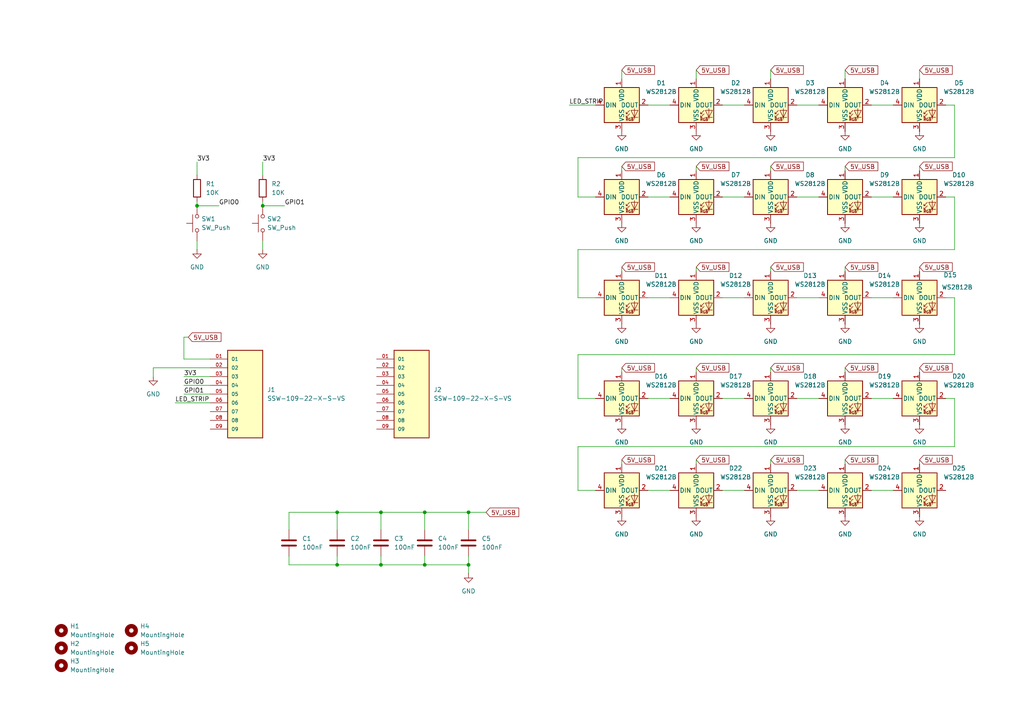
<source format=kicad_sch>
(kicad_sch (version 20250114) (generator "eeschema") (generator_version "9.0")
  (paper "A4")
  (lib_symbols
    (symbol "Device:C" (pin_numbers (hide yes)) (pin_names (offset 0.254))
      (property "Reference" "C" (at 0.635 2.54 0))
      (property "Value" "C" (at 0.635 -2.54 0))
      (symbol "C_0_1"
        (polyline (pts (xy -2.032 0.762) (xy 2.032 0.762)) (stroke (width 0.508)))
        (polyline (pts (xy -2.032 -0.762) (xy 2.032 -0.762)) (stroke (width 0.508)))
      )
      (symbol "C_1_1"
        (pin passive line (at 0 3.81 270) (length 2.794) (name "~") (number "1"))
        (pin passive line (at 0 -3.81 90) (length 2.794) (name "~") (number "2"))
      )
    )
    (symbol "Device:R" (pin_numbers (hide yes)) (pin_names (offset 0))
      (property "Reference" "R" (at 2.032 0 90))
      (property "Value" "R" (at 0 0 90))
      (symbol "R_0_1"
        (rectangle (start -1.016 -2.54) (end 1.016 2.54) (stroke (width 0.254)))
      )
      (symbol "R_1_1"
        (pin passive line (at 0 3.81 270) (length 1.27) (name "~") (number "1"))
        (pin passive line (at 0 -3.81 90) (length 1.27) (name "~") (number "2"))
      )
    )
    (symbol "LED:WS2812B" (pin_names (offset 0.254))
      (property "Reference" "D" (at 5.08 5.715 0))
      (property "Value" "WS2812B" (at 1.27 -5.715 0))
      (symbol "WS2812B_0_0"
        (text "RGB" (at 2.286 -4.191 0) (effects (font (size 0.762 0.762))))
      )
      (symbol "WS2812B_0_1"
        (polyline (pts (xy 1.27 -2.54) (xy 1.778 -2.54)))
        (polyline (pts (xy 1.27 -3.556) (xy 1.778 -3.556)))
        (polyline (pts (xy 2.286 -1.524) (xy 1.27 -2.54) (xy 1.27 -2.032)))
        (polyline (pts (xy 2.286 -2.54) (xy 1.27 -3.556) (xy 1.27 -3.048)))
        (polyline (pts (xy 3.683 -1.016) (xy 3.683 -3.556) (xy 3.683 -4.064)))
        (polyline (pts (xy 4.699 -1.524) (xy 2.667 -1.524) (xy 3.683 -3.556) (xy 4.699 -1.524)))
        (polyline (pts (xy 4.699 -3.556) (xy 2.667 -3.556)))
        (rectangle (start 5.08 5.08) (end -5.08 -5.08) (stroke (width 0.254)) (fill (type background)))
      )
      (symbol "WS2812B_1_1"
        (pin input line (at -7.62 0 0) (length 2.54) (name "DIN") (number "4"))
        (pin power_in line (at 0 7.62 270) (length 2.54) (name "VDD") (number "1"))
        (pin power_in line (at 0 -7.62 90) (length 2.54) (name "VSS") (number "3"))
        (pin output line (at 7.62 0 180) (length 2.54) (name "DOUT") (number "2"))
      )
    )
    (symbol "Mechanical:MountingHole" (pin_names (offset 1.016)) (in_bom no)
      (property "Reference" "H" (at 0 5.08 0))
      (property "Value" "MountingHole" (at 0 3.175 0))
      (symbol "MountingHole_0_1"
        (circle (center 0 0) (radius 1.27) (stroke (width 1.27)))
      )
    )
    (symbol "SSW-109-22-F-S-VS:SSW-109-22-X-S-VS" (pin_names (offset 1.016))
      (property "Reference" "J" (at -5.08 13.462 0))
      (property "Value" "SSW-109-22-X-S-VS" (at -5.08 -13.462 0))
      (symbol "SSW-109-22-X-S-VS_0_0"
        (rectangle (start -5.08 -12.7) (end 5.08 12.7) (stroke (width 0.254)) (fill (type background)))
        (pin passive line (at -10.16 10.16 0) (length 5.08) (name "01") (number "01"))
        (pin passive line (at -10.16 7.62 0) (length 5.08) (name "02") (number "02"))
        (pin passive line (at -10.16 5.08 0) (length 5.08) (name "03") (number "03"))
        (pin passive line (at -10.16 2.54 0) (length 5.08) (name "04") (number "04"))
        (pin passive line (at -10.16 0 0) (length 5.08) (name "05") (number "05"))
        (pin passive line (at -10.16 -2.54 0) (length 5.08) (name "06") (number "06"))
        (pin passive line (at -10.16 -5.08 0) (length 5.08) (name "07") (number "07"))
        (pin passive line (at -10.16 -7.62 0) (length 5.08) (name "08") (number "08"))
        (pin passive line (at -10.16 -10.16 0) (length 5.08) (name "09") (number "09"))
      )
    )
    (symbol "Switch:SW_Push" (pin_numbers (hide yes)) (pin_names (offset 1.016) (hide yes))
      (property "Reference" "SW" (at 1.27 2.54 0))
      (property "Value" "SW_Push" (at 0 -1.524 0))
      (symbol "SW_Push_0_1"
        (circle (center -2.032 0) (radius 0.508))
        (polyline (pts (xy 0 1.27) (xy 0 3.048)))
        (circle (center 2.032 0) (radius 0.508))
        (polyline (pts (xy 2.54 1.27) (xy -2.54 1.27)))
        (pin passive line (at -5.08 0 0) (length 2.54) (name "1") (number "1"))
        (pin passive line (at 5.08 0 180) (length 2.54) (name "2") (number "2"))
      )
    )
    (symbol "power:GND" (power) (pin_numbers (hide yes)) (pin_names (offset 0) (hide yes))
      (property "Value" "GND" (at 0 -3.81 0))
      (symbol "GND_0_1"
        (polyline (pts (xy 0 0) (xy 0 -1.27) (xy 1.27 -1.27) (xy 0 -2.54) (xy -1.27 -1.27) (xy 0 -1.27)))
      )
      (symbol "GND_1_1"
        (pin power_in line (at 0 0 270) (length 0) (name "~") (number "1"))
      )
    )
  )
  (junction (at 110.49 148.59))
  (junction (at 110.49 163.83))
  (junction (at 97.79 163.83))
  (junction (at 57.15 59.69))
  (junction (at 123.19 148.59))
  (junction (at 135.89 163.83))
  (junction (at 76.2 59.69))
  (junction (at 135.89 148.59))
  (junction (at 123.19 163.83))
  (junction (at 97.79 148.59))
  (wire (pts (xy 276.86 129.54) (xy 167.64 129.54)))
  (wire (pts (xy 223.52 106.68) (xy 223.52 107.95)))
  (wire (pts (xy 97.79 148.59) (xy 110.49 148.59)))
  (wire (pts (xy 274.32 57.15) (xy 276.86 57.15)))
  (wire (pts (xy 97.79 148.59) (xy 97.79 153.67)))
  (wire (pts (xy 266.7 106.68) (xy 266.7 107.95)))
  (wire (pts (xy 135.89 148.59) (xy 135.89 153.67)))
  (wire (pts (xy 135.89 148.59) (xy 140.97 148.59)))
  (wire (pts (xy 266.7 20.32) (xy 266.7 22.86)))
  (wire (pts (xy 187.96 30.48) (xy 194.31 30.48)))
  (wire (pts (xy 276.86 102.87) (xy 167.64 102.87)))
  (wire (pts (xy 245.11 20.32) (xy 245.11 22.86)))
  (wire (pts (xy 53.34 111.76) (xy 60.96 111.76)))
  (wire (pts (xy 276.86 72.39) (xy 167.64 72.39)))
  (wire (pts (xy 180.34 48.26) (xy 180.34 49.53)))
  (wire (pts (xy 180.34 20.32) (xy 180.34 22.86)))
  (wire (pts (xy 165.1 30.48) (xy 172.72 30.48)))
  (wire (pts (xy 180.34 77.47) (xy 180.34 78.74)))
  (wire (pts (xy 76.2 46.99) (xy 76.2 50.8)))
  (wire (pts (xy 76.2 72.39) (xy 76.2 69.85)))
  (wire (pts (xy 252.73 57.15) (xy 259.08 57.15)))
  (wire (pts (xy 252.73 142.24) (xy 259.08 142.24)))
  (wire (pts (xy 60.96 104.14) (xy 53.34 104.14)))
  (wire (pts (xy 223.52 77.47) (xy 223.52 78.74)))
  (wire (pts (xy 53.34 104.14) (xy 53.34 97.79)))
  (wire (pts (xy 201.93 77.47) (xy 201.93 78.74)))
  (wire (pts (xy 252.73 30.48) (xy 259.08 30.48)))
  (wire (pts (xy 167.64 45.72) (xy 167.64 57.15)))
  (wire (pts (xy 167.64 115.57) (xy 172.72 115.57)))
  (wire (pts (xy 245.11 106.68) (xy 245.11 107.95)))
  (wire (pts (xy 123.19 148.59) (xy 135.89 148.59)))
  (wire (pts (xy 167.64 129.54) (xy 167.64 142.24)))
  (wire (pts (xy 60.96 106.68) (xy 44.45 106.68)))
  (wire (pts (xy 245.11 48.26) (xy 245.11 49.53)))
  (wire (pts (xy 167.64 102.87) (xy 167.64 115.57)))
  (wire (pts (xy 201.93 106.68) (xy 201.93 107.95)))
  (wire (pts (xy 252.73 86.36) (xy 259.08 86.36)))
  (wire (pts (xy 209.55 86.36) (xy 215.9 86.36)))
  (wire (pts (xy 209.55 142.24) (xy 215.9 142.24)))
  (wire (pts (xy 97.79 163.83) (xy 97.79 161.29)))
  (wire (pts (xy 76.2 59.69) (xy 82.55 59.69)))
  (wire (pts (xy 245.11 133.35) (xy 245.11 134.62)))
  (wire (pts (xy 97.79 163.83) (xy 110.49 163.83)))
  (wire (pts (xy 83.82 163.83) (xy 97.79 163.83)))
  (wire (pts (xy 83.82 148.59) (xy 97.79 148.59)))
  (wire (pts (xy 123.19 163.83) (xy 123.19 161.29)))
  (wire (pts (xy 180.34 106.68) (xy 180.34 107.95)))
  (wire (pts (xy 110.49 148.59) (xy 123.19 148.59)))
  (wire (pts (xy 266.7 77.47) (xy 266.7 78.74)))
  (wire (pts (xy 245.11 77.47) (xy 245.11 78.74)))
  (wire (pts (xy 50.8 116.84) (xy 60.96 116.84)))
  (wire (pts (xy 209.55 30.48) (xy 215.9 30.48)))
  (wire (pts (xy 167.64 57.15) (xy 172.72 57.15)))
  (wire (pts (xy 201.93 133.35) (xy 201.93 134.62)))
  (wire (pts (xy 276.86 45.72) (xy 167.64 45.72)))
  (wire (pts (xy 123.19 163.83) (xy 135.89 163.83)))
  (wire (pts (xy 209.55 57.15) (xy 215.9 57.15)))
  (wire (pts (xy 57.15 59.69) (xy 57.15 58.42)))
  (wire (pts (xy 276.86 115.57) (xy 276.86 129.54)))
  (wire (pts (xy 44.45 106.68) (xy 44.45 109.22)))
  (wire (pts (xy 53.34 97.79) (xy 54.61 97.79)))
  (wire (pts (xy 110.49 163.83) (xy 123.19 163.83)))
  (wire (pts (xy 231.14 115.57) (xy 237.49 115.57)))
  (wire (pts (xy 76.2 59.69) (xy 76.2 58.42)))
  (wire (pts (xy 187.96 57.15) (xy 194.31 57.15)))
  (wire (pts (xy 53.34 114.3) (xy 60.96 114.3)))
  (wire (pts (xy 276.86 86.36) (xy 276.86 102.87)))
  (wire (pts (xy 252.73 115.57) (xy 259.08 115.57)))
  (wire (pts (xy 223.52 20.32) (xy 223.52 22.86)))
  (wire (pts (xy 167.64 142.24) (xy 172.72 142.24)))
  (wire (pts (xy 187.96 86.36) (xy 194.31 86.36)))
  (wire (pts (xy 110.49 163.83) (xy 110.49 161.29)))
  (wire (pts (xy 266.7 133.35) (xy 266.7 134.62)))
  (wire (pts (xy 135.89 163.83) (xy 135.89 161.29)))
  (wire (pts (xy 110.49 148.59) (xy 110.49 153.67)))
  (wire (pts (xy 223.52 48.26) (xy 223.52 49.53)))
  (wire (pts (xy 209.55 115.57) (xy 215.9 115.57)))
  (wire (pts (xy 276.86 57.15) (xy 276.86 72.39)))
  (wire (pts (xy 266.7 48.26) (xy 266.7 49.53)))
  (wire (pts (xy 135.89 166.37) (xy 135.89 163.83)))
  (wire (pts (xy 167.64 72.39) (xy 167.64 86.36)))
  (wire (pts (xy 57.15 59.69) (xy 63.5 59.69)))
  (wire (pts (xy 231.14 57.15) (xy 237.49 57.15)))
  (wire (pts (xy 274.32 86.36) (xy 276.86 86.36)))
  (wire (pts (xy 83.82 153.67) (xy 83.82 148.59)))
  (wire (pts (xy 187.96 115.57) (xy 194.31 115.57)))
  (wire (pts (xy 201.93 48.26) (xy 201.93 49.53)))
  (wire (pts (xy 231.14 142.24) (xy 237.49 142.24)))
  (wire (pts (xy 53.34 109.22) (xy 60.96 109.22)))
  (wire (pts (xy 274.32 115.57) (xy 276.86 115.57)))
  (wire (pts (xy 201.93 20.32) (xy 201.93 22.86)))
  (wire (pts (xy 274.32 30.48) (xy 276.86 30.48)))
  (wire (pts (xy 231.14 86.36) (xy 237.49 86.36)))
  (wire (pts (xy 167.64 86.36) (xy 172.72 86.36)))
  (wire (pts (xy 180.34 133.35) (xy 180.34 134.62)))
  (wire (pts (xy 187.96 142.24) (xy 194.31 142.24)))
  (wire (pts (xy 83.82 163.83) (xy 83.82 161.29)))
  (wire (pts (xy 223.52 133.35) (xy 223.52 134.62)))
  (wire (pts (xy 57.15 72.39) (xy 57.15 69.85)))
  (wire (pts (xy 231.14 30.48) (xy 237.49 30.48)))
  (wire (pts (xy 57.15 46.99) (xy 57.15 50.8)))
  (wire (pts (xy 276.86 30.48) (xy 276.86 45.72)))
  (wire (pts (xy 123.19 148.59) (xy 123.19 153.67)))
  (label "3V3" (at 57.15 46.99 0))
  (label "GPIO1" (at 82.55 59.69 0))
  (label "GPIO0" (at 63.5 59.69 0))
  (label "GPIO1" (at 53.34 114.3 0))
  (label "LED_STRIP" (at 50.8 116.84 0))
  (label "LED_STRIP" (at 165.1 30.48 0))
  (label "3V3" (at 76.2 46.99 0))
  (label "3V3" (at 53.34 109.22 0))
  (label "GPIO0" (at 53.34 111.76 0))
  (global_label "5V_USB" (shape input) (at 180.34 77.47 0) (property "Intersheetrefs" "${INTERSHEET_REFS}" (effects (hide yes))))
  (global_label "5V_USB" (shape input) (at 201.93 106.68 0) (property "Intersheetrefs" "${INTERSHEET_REFS}" (effects (hide yes))))
  (global_label "5V_USB" (shape input) (at 180.34 133.35 0) (property "Intersheetrefs" "${INTERSHEET_REFS}" (effects (hide yes))))
  (global_label "5V_USB" (shape input) (at 245.11 77.47 0) (property "Intersheetrefs" "${INTERSHEET_REFS}" (effects (hide yes))))
  (global_label "5V_USB" (shape input) (at 180.34 20.32 0) (property "Intersheetrefs" "${INTERSHEET_REFS}" (effects (hide yes))))
  (global_label "5V_USB" (shape input) (at 266.7 20.32 0) (property "Intersheetrefs" "${INTERSHEET_REFS}" (effects (hide yes))))
  (global_label "5V_USB" (shape input) (at 245.11 133.35 0) (property "Intersheetrefs" "${INTERSHEET_REFS}" (effects (hide yes))))
  (global_label "5V_USB" (shape input) (at 140.97 148.59 0) (property "Intersheetrefs" "${INTERSHEET_REFS}" (effects (hide yes))))
  (global_label "5V_USB" (shape input) (at 54.61 97.79 0) (property "Intersheetrefs" "${INTERSHEET_REFS}" (effects (hide yes))))
  (global_label "5V_USB" (shape input) (at 223.52 133.35 0) (property "Intersheetrefs" "${INTERSHEET_REFS}" (effects (hide yes))))
  (global_label "5V_USB" (shape input) (at 245.11 20.32 0) (property "Intersheetrefs" "${INTERSHEET_REFS}" (effects (hide yes))))
  (global_label "5V_USB" (shape input) (at 266.7 48.26 0) (property "Intersheetrefs" "${INTERSHEET_REFS}" (effects (hide yes))))
  (global_label "5V_USB" (shape input) (at 266.7 77.47 0) (property "Intersheetrefs" "${INTERSHEET_REFS}" (effects (hide yes))))
  (global_label "5V_USB" (shape input) (at 245.11 106.68 0) (property "Intersheetrefs" "${INTERSHEET_REFS}" (effects (hide yes))))
  (global_label "5V_USB" (shape input) (at 223.52 106.68 0) (property "Intersheetrefs" "${INTERSHEET_REFS}" (effects (hide yes))))
  (global_label "5V_USB" (shape input) (at 223.52 77.47 0) (property "Intersheetrefs" "${INTERSHEET_REFS}" (effects (hide yes))))
  (global_label "5V_USB" (shape input) (at 223.52 48.26 0) (property "Intersheetrefs" "${INTERSHEET_REFS}" (effects (hide yes))))
  (global_label "5V_USB" (shape input) (at 266.7 106.68 0) (property "Intersheetrefs" "${INTERSHEET_REFS}" (effects (hide yes))))
  (global_label "5V_USB" (shape input) (at 180.34 106.68 0) (property "Intersheetrefs" "${INTERSHEET_REFS}" (effects (hide yes))))
  (global_label "5V_USB" (shape input) (at 201.93 48.26 0) (property "Intersheetrefs" "${INTERSHEET_REFS}" (effects (hide yes))))
  (global_label "5V_USB" (shape input) (at 245.11 48.26 0) (property "Intersheetrefs" "${INTERSHEET_REFS}" (effects (hide yes))))
  (global_label "5V_USB" (shape input) (at 201.93 133.35 0) (property "Intersheetrefs" "${INTERSHEET_REFS}" (effects (hide yes))))
  (global_label "5V_USB" (shape input) (at 266.7 133.35 0) (property "Intersheetrefs" "${INTERSHEET_REFS}" (effects (hide yes))))
  (global_label "5V_USB" (shape input) (at 223.52 20.32 0) (property "Intersheetrefs" "${INTERSHEET_REFS}" (effects (hide yes))))
  (global_label "5V_USB" (shape input) (at 201.93 20.32 0) (property "Intersheetrefs" "${INTERSHEET_REFS}" (effects (hide yes))))
  (global_label "5V_USB" (shape input) (at 201.93 77.47 0) (property "Intersheetrefs" "${INTERSHEET_REFS}" (effects (hide yes))))
  (global_label "5V_USB" (shape input) (at 180.34 48.26 0) (property "Intersheetrefs" "${INTERSHEET_REFS}" (effects (hide yes))))
  (symbol (lib_id "LED:WS2812B") (at 180.34 30.48 0) (unit 1)
    (property "Reference" "D1" (at 191.77 24.0598 0))
    (property "Value" "WS2812B" (at 191.77 26.5998 0))
    (property "Footprint" "LED_SMD:LED_WS2812B_PLCC4_5.0x5.0mm_P3.2mm" (effects (hide yes)))
    (property "Datasheet" "https://cdn-shop.adafruit.com/datasheets/WS2812B.pdf" (effects (hide yes)))
    (property "Description" "RGB LED with integrated controller" (effects (hide yes)))
  )
  (symbol (lib_id "Device:C") (at 110.49 157.48 0) (unit 1)
    (property "Reference" "C3" (at 114.3 156.2099 0) (effects (justify left)))
    (property "Value" "100nF" (at 114.3 158.7499 0) (effects (justify left)))
    (property "Footprint" "Capacitor_SMD:C_0805_2012Metric_Pad1.18x1.45mm_HandSolder" (effects (hide yes)))
    (property "Description" "Unpolarized capacitor" (effects (hide yes)))
  )
  (symbol (lib_id "power:GND") (at 245.11 123.19 0) (unit 1)
    (property "Reference" "#PWR02" (effects (hide yes)))
    (property "Value" "GND" (at 245.11 128.27 0))
    (property "Description" "Power symbol creates a global label with name \"GND\" , ground" (effects (hide yes)))
  )
  (symbol (lib_id "power:GND") (at 135.89 166.37 0) (unit 1)
    (property "Reference" "#PWR027" (effects (hide yes)))
    (property "Value" "GND" (at 135.89 171.45 0))
    (property "Description" "Power symbol creates a global label with name \"GND\" , ground" (effects (hide yes)))
  )
  (symbol (lib_id "power:GND") (at 266.7 38.1 0) (unit 1)
    (property "Reference" "#PWR020" (effects (hide yes)))
    (property "Value" "GND" (at 266.7 43.18 0))
    (property "Description" "Power symbol creates a global label with name \"GND\" , ground" (effects (hide yes)))
  )
  (symbol (lib_id "Switch:SW_Push") (at 76.2 64.77 90) (unit 1)
    (property "Reference" "SW2" (at 77.47 63.4999 90) (effects (justify right)))
    (property "Value" "SW_Push" (at 77.47 66.0399 90) (effects (justify right)))
    (property "Footprint" "Button_Switch_SMD:SW_SPST_FSMSM" (effects (hide yes)))
    (property "Description" "Push button switch, generic, two pins" (effects (hide yes)))
  )
  (symbol (lib_id "power:GND") (at 266.7 149.86 0) (unit 1)
    (property "Reference" "#PWR052" (effects (hide yes)))
    (property "Value" "GND" (at 266.7 154.94 0))
    (property "Description" "Power symbol creates a global label with name \"GND\" , ground" (effects (hide yes)))
  )
  (symbol (lib_id "power:GND") (at 180.34 123.19 0) (unit 1)
    (property "Reference" "#PWR05" (effects (hide yes)))
    (property "Value" "GND" (at 180.34 128.27 0))
    (property "Description" "Power symbol creates a global label with name \"GND\" , ground" (effects (hide yes)))
  )
  (symbol (lib_id "power:GND") (at 266.7 123.19 0) (unit 1)
    (property "Reference" "#PWR01" (effects (hide yes)))
    (property "Value" "GND" (at 266.7 128.27 0))
    (property "Description" "Power symbol creates a global label with name \"GND\" , ground" (effects (hide yes)))
  )
  (symbol (lib_id "power:GND") (at 180.34 93.98 0) (unit 1)
    (property "Reference" "#PWR06" (effects (hide yes)))
    (property "Value" "GND" (at 180.34 99.06 0))
    (property "Description" "Power symbol creates a global label with name \"GND\" , ground" (effects (hide yes)))
  )
  (symbol (lib_id "LED:WS2812B") (at 223.52 115.57 0) (unit 1)
    (property "Reference" "D18" (at 234.95 109.1498 0))
    (property "Value" "WS2812B" (at 234.95 111.6898 0))
    (property "Footprint" "LED_SMD:LED_WS2812B_PLCC4_5.0x5.0mm_P3.2mm" (effects (hide yes)))
    (property "Datasheet" "https://cdn-shop.adafruit.com/datasheets/WS2812B.pdf" (effects (hide yes)))
    (property "Description" "RGB LED with integrated controller" (effects (hide yes)))
  )
  (symbol (lib_id "power:GND") (at 180.34 149.86 0) (unit 1)
    (property "Reference" "#PWR021" (effects (hide yes)))
    (property "Value" "GND" (at 180.34 154.94 0))
    (property "Description" "Power symbol creates a global label with name \"GND\" , ground" (effects (hide yes)))
  )
  (symbol (lib_id "SSW-109-22-F-S-VS:SSW-109-22-X-S-VS") (at 71.12 114.3 0) (unit 1)
    (property "Reference" "J1" (at 77.47 113.0299 0) (effects (justify left)))
    (property "Value" "SSW-109-22-X-S-VS" (at 77.47 115.5699 0) (effects (justify left)))
    (property "Footprint" "SSW-109-22-F-S-VS:SAMTEC_SSW-109-22-X-S-VS" (effects (hide yes)))
    (property "PARTREV" "B" (effects (hide yes)))
    (property "STANDARD" "Manufacturer Recommendations" (effects (hide yes)))
    (property "MAXIMUM_PACKAGE_HEIGHT" "9.78 mm" (effects (hide yes)))
    (property "MANUFACTURER" "Samtec" (effects (hide yes)))
  )
  (symbol (lib_id "LED:WS2812B") (at 266.7 30.48 0) (unit 1)
    (property "Reference" "D5" (at 278.13 24.0598 0))
    (property "Value" "WS2812B" (at 278.13 26.5998 0))
    (property "Footprint" "LED_SMD:LED_WS2812B_PLCC4_5.0x5.0mm_P3.2mm" (effects (hide yes)))
    (property "Datasheet" "https://cdn-shop.adafruit.com/datasheets/WS2812B.pdf" (effects (hide yes)))
    (property "Description" "RGB LED with integrated controller" (effects (hide yes)))
  )
  (symbol (lib_id "LED:WS2812B") (at 245.11 86.36 0) (unit 1)
    (property "Reference" "D14" (at 256.54 79.9398 0))
    (property "Value" "WS2812B" (at 256.54 82.4798 0))
    (property "Footprint" "LED_SMD:LED_WS2812B_PLCC4_5.0x5.0mm_P3.2mm" (effects (hide yes)))
    (property "Datasheet" "https://cdn-shop.adafruit.com/datasheets/WS2812B.pdf" (effects (hide yes)))
    (property "Description" "RGB LED with integrated controller" (effects (hide yes)))
  )
  (symbol (lib_id "LED:WS2812B") (at 180.34 57.15 0) (unit 1)
    (property "Reference" "D6" (at 191.77 50.7298 0))
    (property "Value" "WS2812B" (at 191.77 53.2698 0))
    (property "Footprint" "LED_SMD:LED_WS2812B_PLCC4_5.0x5.0mm_P3.2mm" (effects (hide yes)))
    (property "Datasheet" "https://cdn-shop.adafruit.com/datasheets/WS2812B.pdf" (effects (hide yes)))
    (property "Description" "RGB LED with integrated controller" (effects (hide yes)))
  )
  (symbol (lib_id "Device:R") (at 76.2 54.61 0) (unit 1)
    (property "Reference" "R2" (at 78.74 53.3399 0) (effects (justify left)))
    (property "Value" "10K" (at 78.74 55.8799 0) (effects (justify left)))
    (property "Footprint" "Resistor_SMD:R_0805_2012Metric_Pad1.20x1.40mm_HandSolder" (effects (hide yes)))
    (property "Description" "Resistor" (effects (hide yes)))
  )
  (symbol (lib_id "power:GND") (at 201.93 149.86 0) (unit 1)
    (property "Reference" "#PWR046" (effects (hide yes)))
    (property "Value" "GND" (at 201.93 154.94 0))
    (property "Description" "Power symbol creates a global label with name \"GND\" , ground" (effects (hide yes)))
  )
  (symbol (lib_id "power:GND") (at 201.93 123.19 0) (unit 1)
    (property "Reference" "#PWR04" (effects (hide yes)))
    (property "Value" "GND" (at 201.93 128.27 0))
    (property "Description" "Power symbol creates a global label with name \"GND\" , ground" (effects (hide yes)))
  )
  (symbol (lib_id "power:GND") (at 223.52 64.77 0) (unit 1)
    (property "Reference" "#PWR013" (effects (hide yes)))
    (property "Value" "GND" (at 223.52 69.85 0))
    (property "Description" "Power symbol creates a global label with name \"GND\" , ground" (effects (hide yes)))
  )
  (symbol (lib_id "SSW-109-22-F-S-VS:SSW-109-22-X-S-VS") (at 119.38 114.3 0) (unit 1)
    (property "Reference" "J2" (at 125.73 113.0299 0) (effects (justify left)))
    (property "Value" "SSW-109-22-X-S-VS" (at 125.73 115.5699 0) (effects (justify left)))
    (property "Footprint" "SSW-109-22-F-S-VS:SAMTEC_SSW-109-22-X-S-VS" (effects (hide yes)))
    (property "PARTREV" "B" (effects (hide yes)))
    (property "STANDARD" "Manufacturer Recommendations" (effects (hide yes)))
    (property "MAXIMUM_PACKAGE_HEIGHT" "9.78 mm" (effects (hide yes)))
    (property "MANUFACTURER" "Samtec" (effects (hide yes)))
  )
  (symbol (lib_id "LED:WS2812B") (at 266.7 115.57 0) (unit 1)
    (property "Reference" "D20" (at 278.13 109.1498 0))
    (property "Value" "WS2812B" (at 278.13 111.6898 0))
    (property "Footprint" "LED_SMD:LED_WS2812B_PLCC4_5.0x5.0mm_P3.2mm" (effects (hide yes)))
    (property "Datasheet" "https://cdn-shop.adafruit.com/datasheets/WS2812B.pdf" (effects (hide yes)))
    (property "Description" "RGB LED with integrated controller" (effects (hide yes)))
  )
  (symbol (lib_id "Switch:SW_Push") (at 57.15 64.77 90) (unit 1)
    (property "Reference" "SW1" (at 58.42 63.4999 90) (effects (justify right)))
    (property "Value" "SW_Push" (at 58.42 66.0399 90) (effects (justify right)))
    (property "Footprint" "Button_Switch_SMD:SW_SPST_FSMSM" (effects (hide yes)))
    (property "Description" "Push button switch, generic, two pins" (effects (hide yes)))
  )
  (symbol (lib_id "LED:WS2812B") (at 223.52 57.15 0) (unit 1)
    (property "Reference" "D8" (at 234.95 50.7298 0))
    (property "Value" "WS2812B" (at 234.95 53.2698 0))
    (property "Footprint" "LED_SMD:LED_WS2812B_PLCC4_5.0x5.0mm_P3.2mm" (effects (hide yes)))
    (property "Datasheet" "https://cdn-shop.adafruit.com/datasheets/WS2812B.pdf" (effects (hide yes)))
    (property "Description" "RGB LED with integrated controller" (effects (hide yes)))
  )
  (symbol (lib_id "power:GND") (at 266.7 93.98 0) (unit 1)
    (property "Reference" "#PWR010" (effects (hide yes)))
    (property "Value" "GND" (at 266.7 99.06 0))
    (property "Description" "Power symbol creates a global label with name \"GND\" , ground" (effects (hide yes)))
  )
  (symbol (lib_id "power:GND") (at 223.52 38.1 0) (unit 1)
    (property "Reference" "#PWR018" (effects (hide yes)))
    (property "Value" "GND" (at 223.52 43.18 0))
    (property "Description" "Power symbol creates a global label with name \"GND\" , ground" (effects (hide yes)))
  )
  (symbol (lib_id "Device:C") (at 97.79 157.48 0) (unit 1)
    (property "Reference" "C2" (at 101.6 156.2099 0) (effects (justify left)))
    (property "Value" "100nF" (at 101.6 158.7499 0) (effects (justify left)))
    (property "Footprint" "Capacitor_SMD:C_0805_2012Metric_Pad1.18x1.45mm_HandSolder" (effects (hide yes)))
    (property "Description" "Unpolarized capacitor" (effects (hide yes)))
  )
  (symbol (lib_id "LED:WS2812B") (at 201.93 115.57 0) (unit 1)
    (property "Reference" "D17" (at 213.36 109.1498 0))
    (property "Value" "WS2812B" (at 213.36 111.6898 0))
    (property "Footprint" "LED_SMD:LED_WS2812B_PLCC4_5.0x5.0mm_P3.2mm" (effects (hide yes)))
    (property "Datasheet" "https://cdn-shop.adafruit.com/datasheets/WS2812B.pdf" (effects (hide yes)))
    (property "Description" "RGB LED with integrated controller" (effects (hide yes)))
  )
  (symbol (lib_id "LED:WS2812B") (at 223.52 30.48 0) (unit 1)
    (property "Reference" "D3" (at 234.95 24.0598 0))
    (property "Value" "WS2812B" (at 234.95 26.5998 0))
    (property "Footprint" "LED_SMD:LED_WS2812B_PLCC4_5.0x5.0mm_P3.2mm" (effects (hide yes)))
    (property "Datasheet" "https://cdn-shop.adafruit.com/datasheets/WS2812B.pdf" (effects (hide yes)))
    (property "Description" "RGB LED with integrated controller" (effects (hide yes)))
  )
  (symbol (lib_id "Device:R") (at 57.15 54.61 0) (unit 1)
    (property "Reference" "R1" (at 59.69 53.3399 0) (effects (justify left)))
    (property "Value" "10K" (at 59.69 55.8799 0) (effects (justify left)))
    (property "Footprint" "Resistor_SMD:R_0805_2012Metric_Pad1.20x1.40mm_HandSolder" (effects (hide yes)))
    (property "Description" "Resistor" (effects (hide yes)))
  )
  (symbol (lib_id "power:GND") (at 245.11 64.77 0) (unit 1)
    (property "Reference" "#PWR012" (effects (hide yes)))
    (property "Value" "GND" (at 245.11 69.85 0))
    (property "Description" "Power symbol creates a global label with name \"GND\" , ground" (effects (hide yes)))
  )
  (symbol (lib_id "LED:WS2812B") (at 266.7 86.36 0) (unit 1)
    (property "Reference" "D15" (at 275.59 79.756 0))
    (property "Value" "WS2812B" (at 277.622 83.312 0))
    (property "Footprint" "LED_SMD:LED_WS2812B_PLCC4_5.0x5.0mm_P3.2mm" (effects (hide yes)))
    (property "Datasheet" "https://cdn-shop.adafruit.com/datasheets/WS2812B.pdf" (effects (hide yes)))
    (property "Description" "RGB LED with integrated controller" (effects (hide yes)))
  )
  (symbol (lib_id "LED:WS2812B") (at 201.93 30.48 0) (unit 1)
    (property "Reference" "D2" (at 213.36 24.0598 0))
    (property "Value" "WS2812B" (at 213.36 26.5998 0))
    (property "Footprint" "LED_SMD:LED_WS2812B_PLCC4_5.0x5.0mm_P3.2mm" (effects (hide yes)))
    (property "Datasheet" "https://cdn-shop.adafruit.com/datasheets/WS2812B.pdf" (effects (hide yes)))
    (property "Description" "RGB LED with integrated controller" (effects (hide yes)))
  )
  (symbol (lib_id "LED:WS2812B") (at 245.11 57.15 0) (unit 1)
    (property "Reference" "D9" (at 256.54 50.7298 0))
    (property "Value" "WS2812B" (at 256.54 53.2698 0))
    (property "Footprint" "LED_SMD:LED_WS2812B_PLCC4_5.0x5.0mm_P3.2mm" (effects (hide yes)))
    (property "Datasheet" "https://cdn-shop.adafruit.com/datasheets/WS2812B.pdf" (effects (hide yes)))
    (property "Description" "RGB LED with integrated controller" (effects (hide yes)))
  )
  (symbol (lib_id "LED:WS2812B") (at 223.52 86.36 0) (unit 1)
    (property "Reference" "D13" (at 234.95 79.9398 0))
    (property "Value" "WS2812B" (at 234.95 82.4798 0))
    (property "Footprint" "LED_SMD:LED_WS2812B_PLCC4_5.0x5.0mm_P3.2mm" (effects (hide yes)))
    (property "Datasheet" "https://cdn-shop.adafruit.com/datasheets/WS2812B.pdf" (effects (hide yes)))
    (property "Description" "RGB LED with integrated controller" (effects (hide yes)))
  )
  (symbol (lib_id "Mechanical:MountingHole") (at 17.78 182.88 0) (unit 1) (in_bom no)
    (property "Reference" "H1" (at 20.32 181.6099 0) (effects (justify left)))
    (property "Value" "MountingHole" (at 20.32 184.1499 0) (effects (justify left)))
    (property "Footprint" "MountingHole:MountingHole_2.2mm_M2_Pad" (effects (hide yes)))
    (property "Description" "Mounting Hole without connection" (effects (hide yes)))
  )
  (symbol (lib_id "power:GND") (at 223.52 123.19 0) (unit 1)
    (property "Reference" "#PWR03" (effects (hide yes)))
    (property "Value" "GND" (at 223.52 128.27 0))
    (property "Description" "Power symbol creates a global label with name \"GND\" , ground" (effects (hide yes)))
  )
  (symbol (lib_id "LED:WS2812B") (at 180.34 115.57 0) (unit 1)
    (property "Reference" "D16" (at 191.77 109.1498 0))
    (property "Value" "WS2812B" (at 191.77 111.6898 0))
    (property "Footprint" "LED_SMD:LED_WS2812B_PLCC4_5.0x5.0mm_P3.2mm" (effects (hide yes)))
    (property "Datasheet" "https://cdn-shop.adafruit.com/datasheets/WS2812B.pdf" (effects (hide yes)))
    (property "Description" "RGB LED with integrated controller" (effects (hide yes)))
  )
  (symbol (lib_id "Mechanical:MountingHole") (at 17.78 193.04 0) (unit 1) (in_bom no)
    (property "Reference" "H3" (at 20.32 191.7699 0) (effects (justify left)))
    (property "Value" "MountingHole" (at 20.32 194.3099 0) (effects (justify left)))
    (property "Footprint" "MountingHole:MountingHole_2.2mm_M2_Pad" (effects (hide yes)))
    (property "Description" "Mounting Hole without connection" (effects (hide yes)))
  )
  (symbol (lib_id "Mechanical:MountingHole") (at 38.1 187.96 0) (unit 1) (in_bom no)
    (property "Reference" "H5" (at 40.64 186.6899 0) (effects (justify left)))
    (property "Value" "MountingHole" (at 40.64 189.2299 0) (effects (justify left)))
    (property "Footprint" "MountingHole:MountingHole_2.2mm_M2_Pad" (effects (hide yes)))
    (property "Description" "Mounting Hole without connection" (effects (hide yes)))
  )
  (symbol (lib_id "power:GND") (at 201.93 38.1 0) (unit 1)
    (property "Reference" "#PWR017" (effects (hide yes)))
    (property "Value" "GND" (at 201.93 43.18 0))
    (property "Description" "Power symbol creates a global label with name \"GND\" , ground" (effects (hide yes)))
  )
  (symbol (lib_id "LED:WS2812B") (at 201.93 86.36 0) (unit 1)
    (property "Reference" "D12" (at 213.36 79.9398 0))
    (property "Value" "WS2812B" (at 213.36 82.4798 0))
    (property "Footprint" "LED_SMD:LED_WS2812B_PLCC4_5.0x5.0mm_P3.2mm" (effects (hide yes)))
    (property "Datasheet" "https://cdn-shop.adafruit.com/datasheets/WS2812B.pdf" (effects (hide yes)))
    (property "Description" "RGB LED with integrated controller" (effects (hide yes)))
  )
  (symbol (lib_id "power:GND") (at 245.11 38.1 0) (unit 1)
    (property "Reference" "#PWR019" (effects (hide yes)))
    (property "Value" "GND" (at 245.11 43.18 0))
    (property "Description" "Power symbol creates a global label with name \"GND\" , ground" (effects (hide yes)))
  )
  (symbol (lib_id "power:GND") (at 180.34 38.1 0) (unit 1)
    (property "Reference" "#PWR016" (effects (hide yes)))
    (property "Value" "GND" (at 180.34 43.18 0))
    (property "Description" "Power symbol creates a global label with name \"GND\" , ground" (effects (hide yes)))
  )
  (symbol (lib_id "Mechanical:MountingHole") (at 17.78 187.96 0) (unit 1) (in_bom no)
    (property "Reference" "H2" (at 20.32 186.6899 0) (effects (justify left)))
    (property "Value" "MountingHole" (at 20.32 189.2299 0) (effects (justify left)))
    (property "Footprint" "MountingHole:MountingHole_2.2mm_M2_Pad" (effects (hide yes)))
    (property "Description" "Mounting Hole without connection" (effects (hide yes)))
  )
  (symbol (lib_id "LED:WS2812B") (at 180.34 142.24 0) (unit 1)
    (property "Reference" "D21" (at 191.77 135.8198 0))
    (property "Value" "WS2812B" (at 191.77 138.3598 0))
    (property "Footprint" "LED_SMD:LED_WS2812B_PLCC4_5.0x5.0mm_P3.2mm" (effects (hide yes)))
    (property "Datasheet" "https://cdn-shop.adafruit.com/datasheets/WS2812B.pdf" (effects (hide yes)))
    (property "Description" "RGB LED with integrated controller" (effects (hide yes)))
  )
  (symbol (lib_id "LED:WS2812B") (at 245.11 142.24 0) (unit 1)
    (property "Reference" "D24" (at 256.54 135.8198 0))
    (property "Value" "WS2812B" (at 256.54 138.3598 0))
    (property "Footprint" "LED_SMD:LED_WS2812B_PLCC4_5.0x5.0mm_P3.2mm" (effects (hide yes)))
    (property "Datasheet" "https://cdn-shop.adafruit.com/datasheets/WS2812B.pdf" (effects (hide yes)))
    (property "Description" "RGB LED with integrated controller" (effects (hide yes)))
  )
  (symbol (lib_id "Mechanical:MountingHole") (at 38.1 182.88 0) (unit 1) (in_bom no)
    (property "Reference" "H4" (at 40.64 181.6099 0) (effects (justify left)))
    (property "Value" "MountingHole" (at 40.64 184.1499 0) (effects (justify left)))
    (property "Footprint" "MountingHole:MountingHole_2.2mm_M2_Pad" (effects (hide yes)))
    (property "Description" "Mounting Hole without connection" (effects (hide yes)))
  )
  (symbol (lib_id "LED:WS2812B") (at 180.34 86.36 0) (unit 1)
    (property "Reference" "D11" (at 191.77 79.9398 0))
    (property "Value" "WS2812B" (at 191.77 82.4798 0))
    (property "Footprint" "LED_SMD:LED_WS2812B_PLCC4_5.0x5.0mm_P3.2mm" (effects (hide yes)))
    (property "Datasheet" "https://cdn-shop.adafruit.com/datasheets/WS2812B.pdf" (effects (hide yes)))
    (property "Description" "RGB LED with integrated controller" (effects (hide yes)))
  )
  (symbol (lib_id "power:GND") (at 201.93 64.77 0) (unit 1)
    (property "Reference" "#PWR014" (effects (hide yes)))
    (property "Value" "GND" (at 201.93 69.85 0))
    (property "Description" "Power symbol creates a global label with name \"GND\" , ground" (effects (hide yes)))
  )
  (symbol (lib_id "power:GND") (at 223.52 149.86 0) (unit 1)
    (property "Reference" "#PWR053" (effects (hide yes)))
    (property "Value" "GND" (at 223.52 154.94 0))
    (property "Description" "Power symbol creates a global label with name \"GND\" , ground" (effects (hide yes)))
  )
  (symbol (lib_id "LED:WS2812B") (at 266.7 57.15 0) (unit 1)
    (property "Reference" "D10" (at 278.13 50.7298 0))
    (property "Value" "WS2812B" (at 278.13 53.2698 0))
    (property "Footprint" "LED_SMD:LED_WS2812B_PLCC4_5.0x5.0mm_P3.2mm" (effects (hide yes)))
    (property "Datasheet" "https://cdn-shop.adafruit.com/datasheets/WS2812B.pdf" (effects (hide yes)))
    (property "Description" "RGB LED with integrated controller" (effects (hide yes)))
  )
  (symbol (lib_id "Device:C") (at 135.89 157.48 0) (unit 1)
    (property "Reference" "C5" (at 139.7 156.2099 0) (effects (justify left)))
    (property "Value" "100nF" (at 139.7 158.7499 0) (effects (justify left)))
    (property "Footprint" "Capacitor_SMD:C_0805_2012Metric_Pad1.18x1.45mm_HandSolder" (effects (hide yes)))
    (property "Description" "Unpolarized capacitor" (effects (hide yes)))
  )
  (symbol (lib_id "Device:C") (at 83.82 157.48 0) (unit 1)
    (property "Reference" "C1" (at 87.63 156.2099 0) (effects (justify left)))
    (property "Value" "100nF" (at 87.63 158.7499 0) (effects (justify left)))
    (property "Footprint" "Capacitor_SMD:C_0805_2012Metric_Pad1.18x1.45mm_HandSolder" (effects (hide yes)))
    (property "Description" "Unpolarized capacitor" (effects (hide yes)))
  )
  (symbol (lib_id "LED:WS2812B") (at 245.11 30.48 0) (unit 1)
    (property "Reference" "D4" (at 256.54 24.0598 0))
    (property "Value" "WS2812B" (at 256.54 26.5998 0))
    (property "Footprint" "LED_SMD:LED_WS2812B_PLCC4_5.0x5.0mm_P3.2mm" (effects (hide yes)))
    (property "Datasheet" "https://cdn-shop.adafruit.com/datasheets/WS2812B.pdf" (effects (hide yes)))
    (property "Description" "RGB LED with integrated controller" (effects (hide yes)))
  )
  (symbol (lib_id "power:GND") (at 266.7 64.77 0) (unit 1)
    (property "Reference" "#PWR011" (effects (hide yes)))
    (property "Value" "GND" (at 266.7 69.85 0))
    (property "Description" "Power symbol creates a global label with name \"GND\" , ground" (effects (hide yes)))
  )
  (symbol (lib_id "power:GND") (at 44.45 109.22 0) (unit 1)
    (property "Reference" "#PWR023" (effects (hide yes)))
    (property "Value" "GND" (at 44.45 114.3 0))
    (property "Description" "Power symbol creates a global label with name \"GND\" , ground" (effects (hide yes)))
  )
  (symbol (lib_id "power:GND") (at 57.15 72.39 0) (unit 1)
    (property "Reference" "#PWR022" (effects (hide yes)))
    (property "Value" "GND" (at 57.15 77.47 0))
    (property "Description" "Power symbol creates a global label with name \"GND\" , ground" (effects (hide yes)))
  )
  (symbol (lib_id "power:GND") (at 76.2 72.39 0) (unit 1)
    (property "Reference" "#PWR024" (effects (hide yes)))
    (property "Value" "GND" (at 76.2 77.47 0))
    (property "Description" "Power symbol creates a global label with name \"GND\" , ground" (effects (hide yes)))
  )
  (symbol (lib_id "Device:C") (at 123.19 157.48 0) (unit 1)
    (property "Reference" "C4" (at 127 156.2099 0) (effects (justify left)))
    (property "Value" "100nF" (at 127 158.7499 0) (effects (justify left)))
    (property "Footprint" "Capacitor_SMD:C_0805_2012Metric_Pad1.18x1.45mm_HandSolder" (effects (hide yes)))
    (property "Description" "Unpolarized capacitor" (effects (hide yes)))
  )
  (symbol (lib_id "power:GND") (at 245.11 93.98 0) (unit 1)
    (property "Reference" "#PWR09" (effects (hide yes)))
    (property "Value" "GND" (at 245.11 99.06 0))
    (property "Description" "Power symbol creates a global label with name \"GND\" , ground" (effects (hide yes)))
  )
  (symbol (lib_id "LED:WS2812B") (at 201.93 57.15 0) (unit 1)
    (property "Reference" "D7" (at 213.36 50.7298 0))
    (property "Value" "WS2812B" (at 213.36 53.2698 0))
    (property "Footprint" "LED_SMD:LED_WS2812B_PLCC4_5.0x5.0mm_P3.2mm" (effects (hide yes)))
    (property "Datasheet" "https://cdn-shop.adafruit.com/datasheets/WS2812B.pdf" (effects (hide yes)))
    (property "Description" "RGB LED with integrated controller" (effects (hide yes)))
  )
  (symbol (lib_id "LED:WS2812B") (at 245.11 115.57 0) (unit 1)
    (property "Reference" "D19" (at 256.54 109.1498 0))
    (property "Value" "WS2812B" (at 256.54 111.6898 0))
    (property "Footprint" "LED_SMD:LED_WS2812B_PLCC4_5.0x5.0mm_P3.2mm" (effects (hide yes)))
    (property "Datasheet" "https://cdn-shop.adafruit.com/datasheets/WS2812B.pdf" (effects (hide yes)))
    (property "Description" "RGB LED with integrated controller" (effects (hide yes)))
  )
  (symbol (lib_id "power:GND") (at 201.93 93.98 0) (unit 1)
    (property "Reference" "#PWR07" (effects (hide yes)))
    (property "Value" "GND" (at 201.93 99.06 0))
    (property "Description" "Power symbol creates a global label with name \"GND\" , ground" (effects (hide yes)))
  )
  (symbol (lib_id "power:GND") (at 180.34 64.77 0) (unit 1)
    (property "Reference" "#PWR015" (effects (hide yes)))
    (property "Value" "GND" (at 180.34 69.85 0))
    (property "Description" "Power symbol creates a global label with name \"GND\" , ground" (effects (hide yes)))
  )
  (symbol (lib_id "LED:WS2812B") (at 223.52 142.24 0) (unit 1)
    (property "Reference" "D23" (at 234.95 135.8198 0))
    (property "Value" "WS2812B" (at 234.95 138.3598 0))
    (property "Footprint" "LED_SMD:LED_WS2812B_PLCC4_5.0x5.0mm_P3.2mm" (effects (hide yes)))
    (property "Datasheet" "https://cdn-shop.adafruit.com/datasheets/WS2812B.pdf" (effects (hide yes)))
    (property "Description" "RGB LED with integrated controller" (effects (hide yes)))
  )
  (symbol (lib_id "power:GND") (at 245.11 149.86 0) (unit 1)
    (property "Reference" "#PWR050" (effects (hide yes)))
    (property "Value" "GND" (at 245.11 154.94 0))
    (property "Description" "Power symbol creates a global label with name \"GND\" , ground" (effects (hide yes)))
  )
  (symbol (lib_id "power:GND") (at 223.52 93.98 0) (unit 1)
    (property "Reference" "#PWR08" (effects (hide yes)))
    (property "Value" "GND" (at 223.52 99.06 0))
    (property "Description" "Power symbol creates a global label with name \"GND\" , ground" (effects (hide yes)))
  )
  (symbol (lib_id "LED:WS2812B") (at 266.7 142.24 0) (unit 1)
    (property "Reference" "D25" (at 278.13 135.8198 0))
    (property "Value" "WS2812B" (at 278.13 138.3598 0))
    (property "Footprint" "LED_SMD:LED_WS2812B_PLCC4_5.0x5.0mm_P3.2mm" (effects (hide yes)))
    (property "Datasheet" "https://cdn-shop.adafruit.com/datasheets/WS2812B.pdf" (effects (hide yes)))
    (property "Description" "RGB LED with integrated controller" (effects (hide yes)))
  )
  (symbol (lib_id "LED:WS2812B") (at 201.93 142.24 0) (unit 1)
    (property "Reference" "D22" (at 213.36 135.8198 0))
    (property "Value" "WS2812B" (at 213.36 138.3598 0))
    (property "Footprint" "LED_SMD:LED_WS2812B_PLCC4_5.0x5.0mm_P3.2mm" (effects (hide yes)))
    (property "Datasheet" "https://cdn-shop.adafruit.com/datasheets/WS2812B.pdf" (effects (hide yes)))
    (property "Description" "RGB LED with integrated controller" (effects (hide yes)))
  )
)
</source>
